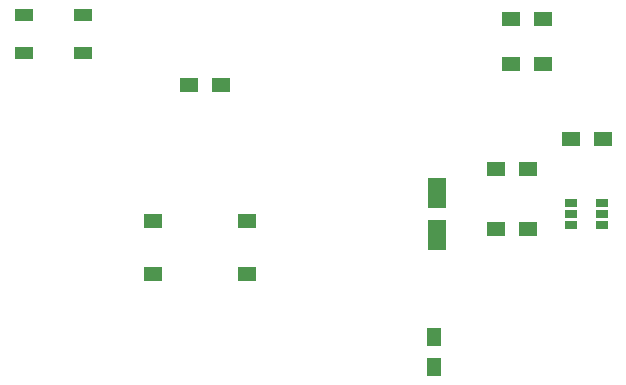
<source format=gtp>
G04 #@! TF.FileFunction,Paste,Top*
%FSLAX46Y46*%
G04 Gerber Fmt 4.6, Leading zero omitted, Abs format (unit mm)*
G04 Created by KiCad (PCBNEW 4.0.6-e0-6349~53~ubuntu16.04.1) date Wed Aug  2 12:33:15 2017*
%MOMM*%
%LPD*%
G01*
G04 APERTURE LIST*
%ADD10C,0.100000*%
%ADD11R,1.000000X0.700000*%
%ADD12R,1.500000X1.300000*%
%ADD13R,1.600000X1.000000*%
%ADD14R,1.550000X1.300000*%
%ADD15R,1.250000X1.500000*%
%ADD16R,1.600000X2.600000*%
G04 APERTURE END LIST*
D10*
D11*
X174468000Y-97475000D03*
X174468000Y-98425000D03*
X174468000Y-99375000D03*
X177068000Y-99375000D03*
X177068000Y-97475000D03*
X177068000Y-98425000D03*
D12*
X142096500Y-87477600D03*
X144796500Y-87477600D03*
X172038000Y-85725000D03*
X169338000Y-85725000D03*
X170768000Y-94615000D03*
X168068000Y-94615000D03*
X168068000Y-99695000D03*
X170768000Y-99695000D03*
X174418000Y-92075000D03*
X177118000Y-92075000D03*
X169338000Y-81915000D03*
X172038000Y-81915000D03*
D13*
X133144900Y-84746900D03*
X133144900Y-81546900D03*
X128144900Y-84746900D03*
X128144900Y-81546900D03*
D14*
X139022000Y-103469000D03*
X139022000Y-98969000D03*
X146982000Y-98969000D03*
X146982000Y-103469000D03*
D15*
X162814000Y-111359000D03*
X162814000Y-108859000D03*
D16*
X163068000Y-96625000D03*
X163068000Y-100225000D03*
M02*

</source>
